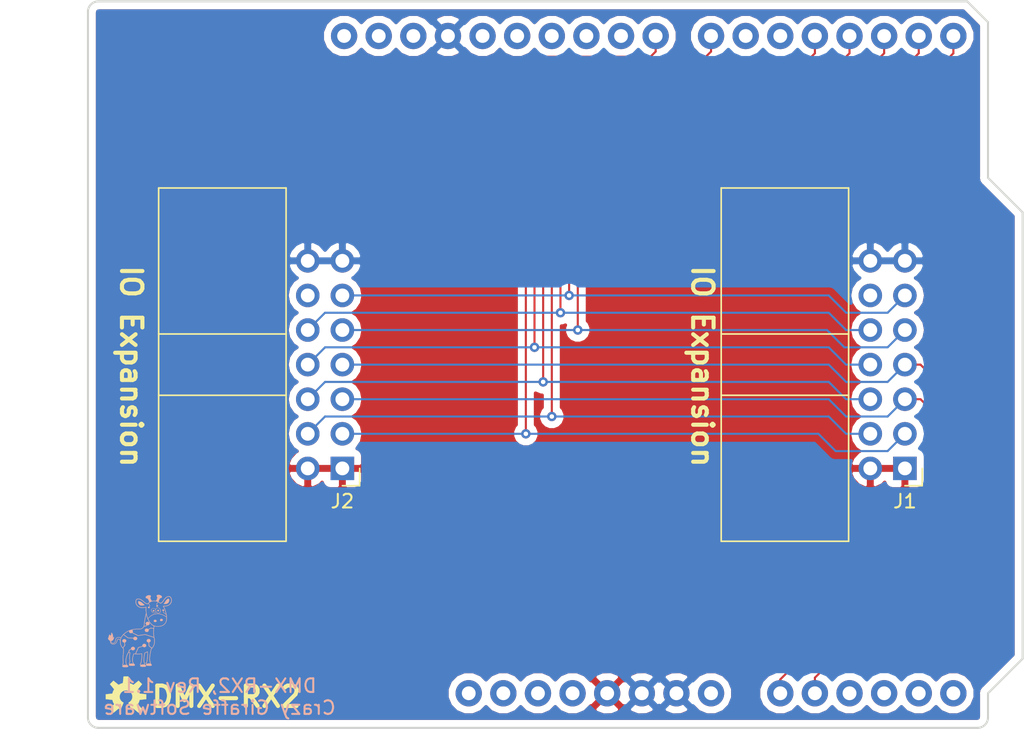
<source format=kicad_pcb>
(kicad_pcb (version 20171130) (host pcbnew "(5.0.0)")
  (title_block (title "DMX Demonstrator - Receiver IO Module (DMX-RX2)") (date 2020-12-30) (rev 1.1) (company "Crazy Giraffe Software") (comment 2 "Designed by: SparkyBobo") (comment 3 https://creativecommons.org/licenses/by-sa/4.0/) (comment 4 "Released under the Creative Commons Attribution Share-Alike 4.0 License"))
  (layers (0 F.Cu signal) (31 B.Cu signal) (34 B.Paste user) (35 F.Paste user) (36 B.SilkS user) (37 F.SilkS user) (38 B.Mask user) (39 F.Mask user) (44 Edge.Cuts user))
  (net 0 "")
  (net 1 +5V)
  (net 2 GND)
  (net 3 "Net-(A1-Pad32)")
  (net 4 "Net-(A1-Pad31)")
  (net 5 "Net-(A1-Pad1)")
  (net 6 "Net-(A1-Pad2)")
  (net 7 "Net-(A1-Pad3)")
  (net 8 "Net-(A1-Pad4)")
  (net 9 "Net-(A1-Pad8)")
  (net 10 "Net-(A1-Pad30)")
  (net 11 /~WR)
  (net 12 "Net-(A1-Pad11)")
  (net 13 "Net-(A1-Pad12)")
  (net 14 "Net-(A1-Pad13)")
  (net 15 "Net-(A1-Pad14)")
  (net 16 /DMX-RX)
  (net 17 /DMX-TX)
  (net 18 /DMX-DIR)
  (net 19 /SR-OUT)
  (net 20 /SR-CLK)
  (net 21 "Net-(A1-Pad20)")
  (net 22 "Net-(A1-Pad21)")
  (net 23 /A0)
  (net 24 /A1)
  (net 25 "Net-(A1-Pad24)")
  (net 26 "Net-(A1-Pad25)")
  (net 27 "Net-(A1-Pad26)")
  (net 28 "Net-(A1-Pad27)")
  (net 29 /~SR_CLR)
  (net 30 "Net-(A1-Pad28)")
  (net 31 "Net-(J1-Pad12)")
  (net 32 "Net-(J2-Pad12)")
  (module Connector_IDC:IDC-Header_2x07_P2.54mm_Horizontal (layer F.Cu) (at 176.276 97.536 180)
    (fp_text reference J1 (at 0 -2.413 180) (layer F.SilkS))
    (fp_text value "IO EXTENSION")
    (pad 1 thru_hole rect (at 0 0 180) (size 1.7272 1.7272) (drill 1.016) (layers *.Cu *.Mask) (net 1 +5V))
    (pad 2 thru_hole oval (at 2.54 0 180) (size 1.7272 1.7272) (drill 1.016) (layers *.Cu *.Mask) (net 1 +5V))
    (pad 3 thru_hole oval (at 0 2.54 180) (size 1.7272 1.7272) (drill 1.016) (layers *.Cu *.Mask) (net 11 /~WR))
    (pad 4 thru_hole oval (at 2.54 2.54 180) (size 1.7272 1.7272) (drill 1.016) (layers *.Cu *.Mask) (net 19 /SR-OUT))
    (pad 5 thru_hole oval (at 0 5.08 180) (size 1.7272 1.7272) (drill 1.016) (layers *.Cu *.Mask) (net 23 /A0))
    (pad 6 thru_hole oval (at 2.54 5.08 180) (size 1.7272 1.7272) (drill 1.016) (layers *.Cu *.Mask) (net 20 /SR-CLK))
    (pad 7 thru_hole oval (at 0 7.62 180) (size 1.7272 1.7272) (drill 1.016) (layers *.Cu *.Mask) (net 24 /A1))
    (pad 8 thru_hole oval (at 2.54 7.62 180) (size 1.7272 1.7272) (drill 1.016) (layers *.Cu *.Mask) (net 29 /~SR_CLR))
    (pad 9 thru_hole oval (at 0 10.16 180) (size 1.7272 1.7272) (drill 1.016) (layers *.Cu *.Mask) (net 16 /DMX-RX))
    (pad 10 thru_hole oval (at 2.54 10.16 180) (size 1.7272 1.7272) (drill 1.016) (layers *.Cu *.Mask) (net 18 /DMX-DIR))
    (pad 11 thru_hole oval (at 0 12.7 180) (size 1.7272 1.7272) (drill 1.016) (layers *.Cu *.Mask) (net 17 /DMX-TX))
    (pad 12 thru_hole oval (at 2.54 12.7 180) (size 1.7272 1.7272) (drill 1.016) (layers *.Cu *.Mask) (net 31 "Net-(J1-Pad12)"))
    (pad 13 thru_hole oval (at 0 15.24 180) (size 1.7272 1.7272) (drill 1.016) (layers *.Cu *.Mask) (net 2 GND))
    (pad 14 thru_hole oval (at 2.54 15.24 180) (size 1.7272 1.7272) (drill 1.016) (layers *.Cu *.Mask) (net 2 GND))
  )
  (module Connector_IDC:IDC-Header_2x07_P2.54mm_Horizontal (layer F.Cu) (at 135.001 97.536 180)
    (fp_text reference J2 (at 0 -2.413 180) (layer F.SilkS))
    (fp_text value "IO EXTENSION")
    (pad 14 thru_hole oval (at 2.54 15.24 180) (size 1.7272 1.7272) (drill 1.016) (layers *.Cu *.Mask) (net 2 GND))
    (pad 13 thru_hole oval (at 0 15.24 180) (size 1.7272 1.7272) (drill 1.016) (layers *.Cu *.Mask) (net 2 GND))
    (pad 12 thru_hole oval (at 2.54 12.7 180) (size 1.7272 1.7272) (drill 1.016) (layers *.Cu *.Mask) (net 32 "Net-(J2-Pad12)"))
    (pad 11 thru_hole oval (at 0 12.7 180) (size 1.7272 1.7272) (drill 1.016) (layers *.Cu *.Mask) (net 17 /DMX-TX))
    (pad 10 thru_hole oval (at 2.54 10.16 180) (size 1.7272 1.7272) (drill 1.016) (layers *.Cu *.Mask) (net 18 /DMX-DIR))
    (pad 9 thru_hole oval (at 0 10.16 180) (size 1.7272 1.7272) (drill 1.016) (layers *.Cu *.Mask) (net 16 /DMX-RX))
    (pad 8 thru_hole oval (at 2.54 7.62 180) (size 1.7272 1.7272) (drill 1.016) (layers *.Cu *.Mask) (net 29 /~SR_CLR))
    (pad 7 thru_hole oval (at 0 7.62 180) (size 1.7272 1.7272) (drill 1.016) (layers *.Cu *.Mask) (net 24 /A1))
    (pad 6 thru_hole oval (at 2.54 5.08 180) (size 1.7272 1.7272) (drill 1.016) (layers *.Cu *.Mask) (net 20 /SR-CLK))
    (pad 5 thru_hole oval (at 0 5.08 180) (size 1.7272 1.7272) (drill 1.016) (layers *.Cu *.Mask) (net 23 /A0))
    (pad 4 thru_hole oval (at 2.54 2.54 180) (size 1.7272 1.7272) (drill 1.016) (layers *.Cu *.Mask) (net 19 /SR-OUT))
    (pad 3 thru_hole oval (at 0 2.54 180) (size 1.7272 1.7272) (drill 1.016) (layers *.Cu *.Mask) (net 11 /~WR))
    (pad 2 thru_hole oval (at 2.54 0 180) (size 1.7272 1.7272) (drill 1.016) (layers *.Cu *.Mask) (net 1 +5V))
    (pad 1 thru_hole rect (at 0 0 180) (size 1.7272 1.7272) (drill 1.016) (layers *.Cu *.Mask) (net 1 +5V))
  )
  (module footprints:ARDUINO_R3_NO_HOLES (layer F.Cu) (at 150.622 89.916)
    (fp_text reference A1 hide)
    (fp_text value Arduino_UNO_R3 hide)
    (pad 4 thru_hole circle (at 1.27 24.13) (size 1.9304 1.9304) (drill 1.016) (layers *.Cu *.Mask) (net 8 "Net-(A1-Pad4)"))
    (pad 5 thru_hole circle (at 3.81 24.13) (size 1.9304 1.9304) (drill 1.016) (layers *.Cu *.Mask) (net 1 +5V))
    (pad 9 thru_hole circle (at 16.51 24.13) (size 1.9304 1.9304) (drill 1.016) (layers *.Cu *.Mask) (net 23 /A0))
    (pad 10 thru_hole circle (at 19.05 24.13) (size 1.9304 1.9304) (drill 1.016) (layers *.Cu *.Mask) (net 24 /A1))
    (pad 11 thru_hole circle (at 21.59 24.13) (size 1.9304 1.9304) (drill 1.016) (layers *.Cu *.Mask) (net 12 "Net-(A1-Pad11)"))
    (pad 12 thru_hole circle (at 24.13 24.13) (size 1.9304 1.9304) (drill 1.016) (layers *.Cu *.Mask) (net 13 "Net-(A1-Pad12)"))
    (pad 13 thru_hole circle (at 26.67 24.13) (size 1.9304 1.9304) (drill 1.016) (layers *.Cu *.Mask) (net 14 "Net-(A1-Pad13)"))
    (pad 14 thru_hole circle (at 29.21 24.13) (size 1.9304 1.9304) (drill 1.016) (layers *.Cu *.Mask) (net 15 "Net-(A1-Pad14)"))
    (pad 30 thru_hole circle (at -10.414 -24.13) (size 1.9304 1.9304) (drill 1.016) (layers *.Cu *.Mask) (net 10 "Net-(A1-Pad30)"))
    (pad 15 thru_hole circle (at 29.21 -24.13) (size 1.9304 1.9304) (drill 1.016) (layers *.Cu *.Mask) (net 16 /DMX-RX))
    (pad 16 thru_hole circle (at 26.67 -24.13) (size 1.9304 1.9304) (drill 1.016) (layers *.Cu *.Mask) (net 17 /DMX-TX))
    (pad 17 thru_hole circle (at 24.13 -24.13) (size 1.9304 1.9304) (drill 1.016) (layers *.Cu *.Mask) (net 18 /DMX-DIR))
    (pad 18 thru_hole circle (at 21.59 -24.13) (size 1.9304 1.9304) (drill 1.016) (layers *.Cu *.Mask) (net 19 /SR-OUT))
    (pad 19 thru_hole circle (at 19.05 -24.13) (size 1.9304 1.9304) (drill 1.016) (layers *.Cu *.Mask) (net 20 /SR-CLK))
    (pad 20 thru_hole circle (at 16.51 -24.13) (size 1.9304 1.9304) (drill 1.016) (layers *.Cu *.Mask) (net 21 "Net-(A1-Pad20)"))
    (pad 21 thru_hole circle (at 13.97 -24.13) (size 1.9304 1.9304) (drill 1.016) (layers *.Cu *.Mask) (net 22 "Net-(A1-Pad21)"))
    (pad 22 thru_hole circle (at 11.43 -24.13) (size 1.9304 1.9304) (drill 1.016) (layers *.Cu *.Mask) (net 29 /~SR_CLR))
    (pad 23 thru_hole circle (at 7.366 -24.13) (size 1.9304 1.9304) (drill 1.016) (layers *.Cu *.Mask) (net 11 /~WR))
    (pad 24 thru_hole circle (at 4.826 -24.13) (size 1.9304 1.9304) (drill 1.016) (layers *.Cu *.Mask) (net 25 "Net-(A1-Pad24)"))
    (pad 25 thru_hole circle (at 2.286 -24.13) (size 1.9304 1.9304) (drill 1.016) (layers *.Cu *.Mask) (net 26 "Net-(A1-Pad25)"))
    (pad 26 thru_hole circle (at -0.254 -24.13) (size 1.9304 1.9304) (drill 1.016) (layers *.Cu *.Mask) (net 27 "Net-(A1-Pad26)"))
    (pad 27 thru_hole circle (at -2.794 -24.13) (size 1.9304 1.9304) (drill 1.016) (layers *.Cu *.Mask) (net 28 "Net-(A1-Pad27)"))
    (pad 28 thru_hole circle (at -5.334 -24.13) (size 1.9304 1.9304) (drill 1.016) (layers *.Cu *.Mask) (net 30 "Net-(A1-Pad28)"))
    (pad 6 thru_hole circle (at 6.35 24.13) (size 1.9304 1.9304) (drill 1.016) (layers *.Cu *.Mask) (net 2 GND))
    (pad 7 thru_hole circle (at 8.89 24.13) (size 1.9304 1.9304) (drill 1.016) (layers *.Cu *.Mask) (net 2 GND))
    (pad 29 thru_hole circle (at -7.874 -24.13) (size 1.9304 1.9304) (drill 1.016) (layers *.Cu *.Mask) (net 2 GND))
    (pad 2 thru_hole circle (at -3.81 24.13) (size 1.9304 1.9304) (drill 1.016) (layers *.Cu *.Mask) (net 6 "Net-(A1-Pad2)"))
    (pad 1 thru_hole circle (at -6.35 24.13) (size 1.9304 1.9304) (drill 1.016) (layers *.Cu *.Mask) (net 5 "Net-(A1-Pad1)"))
    (pad 3 thru_hole circle (at -1.27 24.13) (size 1.9304 1.9304) (drill 1.016) (layers *.Cu *.Mask) (net 7 "Net-(A1-Pad3)"))
    (pad 32 thru_hole circle (at -15.494 -24.13) (size 1.9304 1.9304) (drill 1.016) (layers *.Cu *.Mask) (net 3 "Net-(A1-Pad32)"))
    (pad 31 thru_hole circle (at -12.954 -24.13) (size 1.9304 1.9304) (drill 1.016) (layers *.Cu *.Mask) (net 4 "Net-(A1-Pad31)"))
    (pad 8 thru_hole circle (at 11.43 24.13) (size 1.9304 1.9304) (drill 1.016) (layers *.Cu *.Mask) (net 9 "Net-(A1-Pad8)"))
  )
  (module footprints:OSHW-LOGO-S (layer F.Cu) (at 119.126 114.3)
    (fp_text reference "" (at 0 0) (layer F.SilkS) (effects (font (size 1.524 1.524))))
    (fp_text value "" (at 0 0) (layer F.SilkS) (effects (font (size 1.524 1.524))))
  )
  (module footprints:logo_cr_5x5 (layer B.Cu) (at 120.142 109.474 180)
    (fp_text reference G*** hide)
    (fp_text value LOGO hide)
  )
  (gr_text "IO Expansion" (at 161.417 90.043 270) (layer F.SilkS) (effects (font (size 1.5 1.5) (thickness 0.3))))
  (gr_text "IO Expansion" (at 119.507 90.043 270) (layer F.SilkS) (effects (font (size 1.5 1.5) (thickness 0.3))))
  (gr_arc (start 181.61 115.824) (end 181.61 116.586) (angle -90) (layer Edge.Cuts) (width 0.15))
  (gr_arc (start 117.094 115.824) (end 116.332 115.824) (angle -90) (layer Edge.Cuts) (width 0.15))
  (gr_arc (start 117.094 64.008) (end 117.094 63.246) (angle -90) (layer Edge.Cuts) (width 0.15))
  (gr_line (start 116.332 115.824) (end 116.332 64.008) (layer Edge.Cuts) (width 0.15))
  (gr_line (start 181.61 116.586) (end 117.094 116.586) (layer Edge.Cuts) (width 0.15))
  (gr_line (start 182.372 114.046) (end 182.372 115.824) (layer Edge.Cuts) (width 0.15))
  (gr_line (start 184.912 111.506) (end 182.372 114.046) (layer Edge.Cuts) (width 0.15))
  (gr_line (start 184.912 78.74) (end 184.912 111.506) (layer Edge.Cuts) (width 0.15))
  (gr_line (start 182.372 76.2) (end 184.912 78.74) (layer Edge.Cuts) (width 0.15))
  (gr_line (start 182.372 64.77) (end 182.372 76.2) (layer Edge.Cuts) (width 0.15))
  (gr_line (start 180.848 63.246) (end 182.372 64.77) (layer Edge.Cuts) (width 0.15))
  (gr_line (start 117.094 63.246) (end 180.848 63.246) (layer Edge.Cuts) (width 0.15))
  (gr_text "DMX-RX2, Rev 1.1\nCrazy Giraffe Software" (at 125.984 114.3) (layer B.SilkS) (effects (font (size 1 1)) (justify mirror)))
  (gr_text DMX-RX2 (at 126.492 114.3) (layer F.SilkS) (effects (font (size 1.5 1.5) (thickness 0.3))))
  (segment (start 154.432 114.046) (end 153.997154 114.046) (width 0.3048) (layer F.Cu) (net 1))
  (segment (start 169.926 94.996) (end 148.463 94.996) (width 0.1524) (layer B.Cu) (net 11))
  (segment (start 171.196 96.266) (end 169.926 94.996) (width 0.1524) (layer B.Cu) (net 11))
  (segment (start 176.276 94.996) (end 175.006 96.266) (width 0.1524) (layer B.Cu) (net 11))
  (segment (start 175.006 96.266) (end 171.196 96.266) (width 0.1524) (layer B.Cu) (net 11))
  (segment (start 148.463 68.58) (end 148.463 94.996) (width 0.1524) (layer F.Cu) (net 11))
  (segment (start 149.733 67.31) (end 148.463 68.58) (width 0.1524) (layer F.Cu) (net 11))
  (segment (start 157.607 67.31) (end 149.733 67.31) (width 0.1524) (layer F.Cu) (net 11))
  (segment (start 157.988 65.786) (end 157.988 66.929) (width 0.1524) (layer F.Cu) (net 11))
  (segment (start 157.988 66.929) (end 157.607 67.31) (width 0.1524) (layer F.Cu) (net 11))
  (segment (start 148.463 94.996) (end 135.001 94.996) (width 0.1524) (layer B.Cu) (net 11))
  (via (at 148.463 94.996) (size 0.6858) (drill 0.3302) (layers F.Cu B.Cu) (net 11))
  (via (at 152.273 87.376) (size 0.6858) (drill 0.3302) (layers F.Cu B.Cu) (net 16))
  (segment (start 152.273 87.376) (end 152.273 70.231) (width 0.1524) (layer F.Cu) (net 16))
  (segment (start 152.273 70.231) (end 152.908 69.596) (width 0.1524) (layer F.Cu) (net 16))
  (segment (start 152.908 69.596) (end 177.292 69.596) (width 0.1524) (layer F.Cu) (net 16))
  (segment (start 177.292 69.596) (end 179.832 67.056) (width 0.1524) (layer F.Cu) (net 16))
  (segment (start 179.832 67.056) (end 179.832 65.786) (width 0.1524) (layer F.Cu) (net 16))
  (segment (start 147.828 87.376) (end 135.001 87.376) (width 0.1524) (layer B.Cu) (net 16))
  (segment (start 152.273 87.376) (end 147.828 87.376) (width 0.1524) (layer B.Cu) (net 16))
  (segment (start 175.006 88.646) (end 176.276 87.376) (width 0.1524) (layer B.Cu) (net 16))
  (segment (start 171.831 88.646) (end 175.006 88.646) (width 0.1524) (layer B.Cu) (net 16))
  (segment (start 152.273 87.376) (end 170.561 87.376) (width 0.1524) (layer B.Cu) (net 16))
  (segment (start 170.561 87.376) (end 171.831 88.646) (width 0.1524) (layer B.Cu) (net 16))
  (segment (start 135.001 84.836) (end 151.638 84.836) (width 0.1524) (layer B.Cu) (net 17))
  (via (at 151.638 84.836) (size 0.6858) (drill 0.3302) (layers F.Cu B.Cu) (net 17))
  (segment (start 175.006 86.106) (end 176.276 84.836) (width 0.1524) (layer B.Cu) (net 17))
  (segment (start 171.958 86.106) (end 175.006 86.106) (width 0.1524) (layer B.Cu) (net 17))
  (segment (start 151.638 84.836) (end 170.688 84.836) (width 0.1524) (layer B.Cu) (net 17))
  (segment (start 170.688 84.836) (end 171.958 86.106) (width 0.1524) (layer B.Cu) (net 17))
  (segment (start 151.638 69.85) (end 151.638 84.836) (width 0.1524) (layer F.Cu) (net 17))
  (segment (start 152.273 69.215) (end 151.638 69.85) (width 0.1524) (layer F.Cu) (net 17))
  (segment (start 175.133 69.215) (end 152.273 69.215) (width 0.1524) (layer F.Cu) (net 17))
  (segment (start 177.292 65.786) (end 177.292 67.056) (width 0.1524) (layer F.Cu) (net 17))
  (segment (start 177.292 67.056) (end 175.133 69.215) (width 0.1524) (layer F.Cu) (net 17))
  (segment (start 133.731 86.106) (end 132.461 87.376) (width 0.1524) (layer B.Cu) (net 18))
  (segment (start 151.003 86.106) (end 133.731 86.106) (width 0.1524) (layer B.Cu) (net 18))
  (segment (start 174.752 67.056) (end 174.752 65.786) (width 0.1524) (layer F.Cu) (net 18))
  (segment (start 151.003 86.106) (end 151.003 69.596) (width 0.1524) (layer F.Cu) (net 18))
  (segment (start 151.003 69.596) (end 151.765 68.834) (width 0.1524) (layer F.Cu) (net 18))
  (segment (start 151.765 68.834) (end 172.974 68.834) (width 0.1524) (layer F.Cu) (net 18))
  (segment (start 172.974 68.834) (end 174.752 67.056) (width 0.1524) (layer F.Cu) (net 18))
  (via (at 151.003 86.106) (size 0.6858) (drill 0.3302) (layers F.Cu B.Cu) (net 18))
  (segment (start 171.958 87.376) (end 173.736 87.376) (width 0.1524) (layer B.Cu) (net 18))
  (segment (start 151.003 86.106) (end 170.688 86.106) (width 0.1524) (layer B.Cu) (net 18))
  (segment (start 170.688 86.106) (end 171.958 87.376) (width 0.1524) (layer B.Cu) (net 18))
  (segment (start 132.461 94.996) (end 133.731 93.726) (width 0.1524) (layer B.Cu) (net 19))
  (segment (start 133.731 93.726) (end 150.368 93.726) (width 0.1524) (layer B.Cu) (net 19))
  (via (at 150.368 93.726) (size 0.6858) (drill 0.3302) (layers F.Cu B.Cu) (net 19))
  (segment (start 151.257 68.453) (end 150.368 69.342) (width 0.1524) (layer F.Cu) (net 19))
  (segment (start 170.815 68.453) (end 151.257 68.453) (width 0.1524) (layer F.Cu) (net 19))
  (segment (start 172.212 65.786) (end 172.212 67.056) (width 0.1524) (layer F.Cu) (net 19))
  (segment (start 172.212 67.056) (end 170.815 68.453) (width 0.1524) (layer F.Cu) (net 19))
  (segment (start 150.368 84.201) (end 150.368 93.726) (width 0.1524) (layer F.Cu) (net 19))
  (segment (start 150.368 69.342) (end 150.368 84.201) (width 0.1524) (layer F.Cu) (net 19))
  (segment (start 170.688 93.726) (end 150.368 93.726) (width 0.1524) (layer B.Cu) (net 19))
  (segment (start 173.736 94.996) (end 171.958 94.996) (width 0.1524) (layer B.Cu) (net 19))
  (segment (start 171.958 94.996) (end 170.688 93.726) (width 0.1524) (layer B.Cu) (net 19))
  (segment (start 132.461 92.456) (end 133.731 91.186) (width 0.1524) (layer B.Cu) (net 20))
  (segment (start 133.731 91.186) (end 149.733 91.186) (width 0.1524) (layer B.Cu) (net 20))
  (via (at 149.733 91.186) (size 0.6858) (drill 0.3302) (layers F.Cu B.Cu) (net 20))
  (segment (start 149.733 69.215) (end 149.733 91.186) (width 0.1524) (layer F.Cu) (net 20))
  (segment (start 150.876 68.072) (end 149.733 69.215) (width 0.1524) (layer F.Cu) (net 20))
  (segment (start 168.656 68.072) (end 150.876 68.072) (width 0.1524) (layer F.Cu) (net 20))
  (segment (start 169.672 65.786) (end 169.672 67.056) (width 0.1524) (layer F.Cu) (net 20))
  (segment (start 169.672 67.056) (end 168.656 68.072) (width 0.1524) (layer F.Cu) (net 20))
  (segment (start 171.958 92.456) (end 173.736 92.456) (width 0.1524) (layer B.Cu) (net 20))
  (segment (start 149.733 91.186) (end 170.688 91.186) (width 0.1524) (layer B.Cu) (net 20))
  (segment (start 170.688 91.186) (end 171.958 92.456) (width 0.1524) (layer B.Cu) (net 20))
  (segment (start 135.001 92.456) (end 149.098 92.456) (width 0.1524) (layer B.Cu) (net 23))
  (segment (start 175.006 93.726) (end 176.276 92.456) (width 0.1524) (layer B.Cu) (net 23))
  (segment (start 171.958 93.726) (end 175.006 93.726) (width 0.1524) (layer B.Cu) (net 23))
  (segment (start 149.098 92.456) (end 170.688 92.456) (width 0.1524) (layer B.Cu) (net 23))
  (segment (start 170.688 92.456) (end 171.958 93.726) (width 0.1524) (layer B.Cu) (net 23))
  (segment (start 177.419 92.456) (end 176.276 92.456) (width 0.1524) (layer F.Cu) (net 23))
  (segment (start 167.132 113.03) (end 168.148 112.014) (width 0.1524) (layer F.Cu) (net 23))
  (segment (start 167.132 114.046) (end 167.132 113.03) (width 0.1524) (layer F.Cu) (net 23))
  (segment (start 177.546 112.014) (end 178.181 111.379) (width 0.1524) (layer F.Cu) (net 23))
  (segment (start 178.181 111.379) (end 178.181 93.218) (width 0.1524) (layer F.Cu) (net 23))
  (segment (start 168.148 112.014) (end 177.546 112.014) (width 0.1524) (layer F.Cu) (net 23))
  (segment (start 178.181 93.218) (end 177.419 92.456) (width 0.1524) (layer F.Cu) (net 23))
  (segment (start 175.006 91.186) (end 176.276 89.916) (width 0.1524) (layer B.Cu) (net 24))
  (segment (start 171.958 91.186) (end 175.006 91.186) (width 0.1524) (layer B.Cu) (net 24))
  (segment (start 135.001 89.916) (end 170.688 89.916) (width 0.1524) (layer B.Cu) (net 24))
  (segment (start 170.688 89.916) (end 171.958 91.186) (width 0.1524) (layer B.Cu) (net 24))
  (segment (start 177.419 89.916) (end 176.276 89.916) (width 0.1524) (layer F.Cu) (net 24))
  (segment (start 169.672 114.046) (end 169.672 112.903) (width 0.1524) (layer F.Cu) (net 24))
  (segment (start 170.18 112.395) (end 177.673 112.395) (width 0.1524) (layer F.Cu) (net 24))
  (segment (start 177.673 112.395) (end 178.562 111.506) (width 0.1524) (layer F.Cu) (net 24))
  (segment (start 178.562 111.506) (end 178.562 91.059) (width 0.1524) (layer F.Cu) (net 24))
  (segment (start 169.672 112.903) (end 170.18 112.395) (width 0.1524) (layer F.Cu) (net 24))
  (segment (start 178.562 91.059) (end 177.419 89.916) (width 0.1524) (layer F.Cu) (net 24))
  (segment (start 149.098 68.834) (end 149.098 88.646) (width 0.1524) (layer F.Cu) (net 29))
  (segment (start 150.241 67.691) (end 149.098 68.834) (width 0.1524) (layer F.Cu) (net 29))
  (segment (start 161.29 67.691) (end 150.241 67.691) (width 0.1524) (layer F.Cu) (net 29))
  (segment (start 162.052 65.786) (end 162.052 66.929) (width 0.1524) (layer F.Cu) (net 29))
  (segment (start 162.052 66.929) (end 161.29 67.691) (width 0.1524) (layer F.Cu) (net 29))
  (segment (start 132.461 89.916) (end 133.731 88.646) (width 0.1524) (layer B.Cu) (net 29))
  (segment (start 133.731 88.646) (end 145.288 88.646) (width 0.1524) (layer B.Cu) (net 29))
  (segment (start 145.288 88.646) (end 147.828 88.646) (width 0.1524) (layer B.Cu) (net 29))
  (segment (start 171.958 89.916) (end 173.736 89.916) (width 0.1524) (layer B.Cu) (net 29))
  (segment (start 147.828 88.646) (end 170.688 88.646) (width 0.1524) (layer B.Cu) (net 29))
  (segment (start 170.688 88.646) (end 171.958 89.916) (width 0.1524) (layer B.Cu) (net 29))
  (via (at 149.098 88.646) (size 0.6858) (drill 0.3302) (layers F.Cu B.Cu) (net 29))
  (segment (start 145.6944 66.1924) (end 145.288 65.786) (width 0.1524) (layer F.Cu) (net 30))
  (zone (net 1) (net_name +5V) (layer F.Cu) (connect_pads (clearance 0.508)) (min_thickness 0.254) (fill yes (arc_segments 16) (thermal_gap 0.508) (thermal_bridge_width 0.508))
    (polygon (pts (xy 116.586 63.754) (xy 116.84 63.5) (xy 180.848 63.5) (xy 182.118 64.77) (xy 182.118 76.454) (xy 184.658 78.994) (xy 184.658 111.252) (xy 182.118 113.792) (xy 182.118 116.078) (xy 181.864 116.332) (xy 116.84 116.332) (xy 116.586 116.078)))
  )
  (zone (net 2) (net_name GND) (layer B.Cu) (connect_pads (clearance 0.508)) (min_thickness 0.254) (fill yes (arc_segments 16) (thermal_gap 0.508) (thermal_bridge_width 0.508))
    (polygon (pts (xy 116.586 63.754) (xy 116.84 63.5) (xy 180.848 63.5) (xy 182.118 64.77) (xy 182.118 76.454) (xy 184.658 78.994) (xy 184.658 111.252) (xy 182.118 113.792) (xy 182.118 116.078) (xy 181.864 116.332) (xy 116.84 116.332) (xy 116.586 116.078)))
  )
)
</source>
